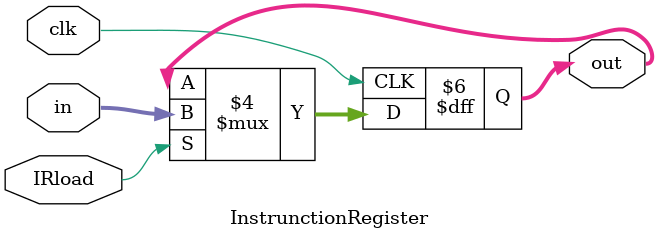
<source format=v>


`timescale 1ns/100ps

module InstrunctionRegister (in, IRload, clk, out);
input [15:0] in;
input IRload, clk;
output [15:0] out;
reg [15:0] out;

	always @(negedge clk)
		if (IRload == 1) out = in;

endmodule
</source>
